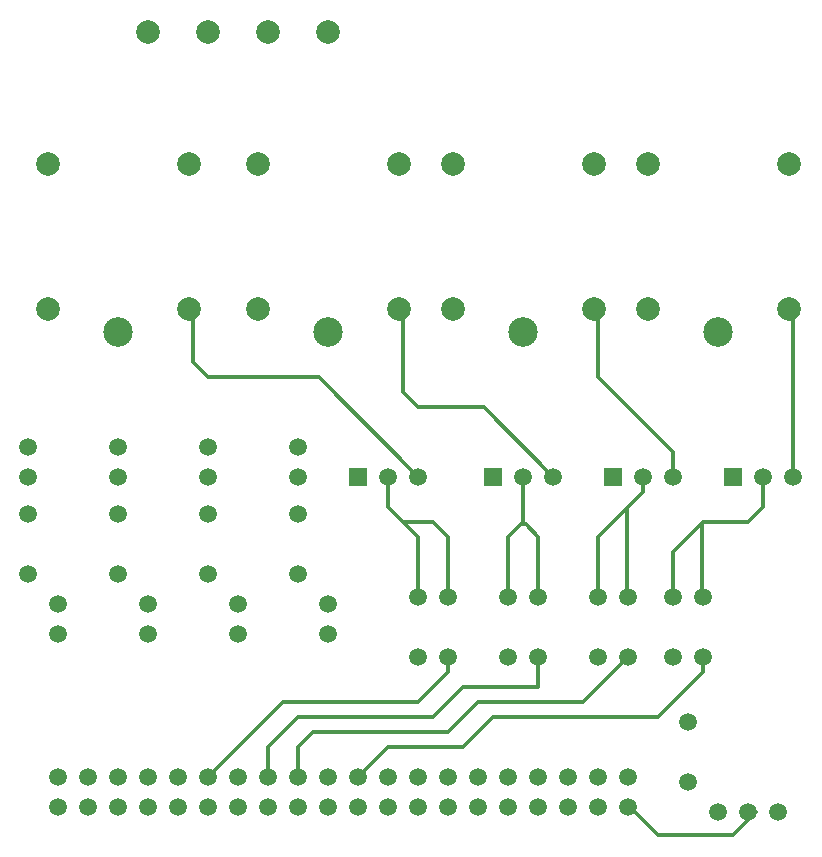
<source format=gbl>
G04 DipTrace 3.1.0.1*
G04 Controller.GBL*
%MOMM*%
G04 #@! TF.FileFunction,Copper,L2,Bot*
G04 #@! TF.Part,Single*
G04 #@! TA.AperFunction,ComponentPad*
%ADD13C,2.0*%
G04 #@! TA.AperFunction,Conductor*
%ADD14C,0.33*%
G04 #@! TA.AperFunction,ComponentPad*
%ADD16C,2.5*%
%ADD17C,1.5*%
%ADD18R,1.5X1.5*%
%FSLAX35Y35*%
G04*
G71*
G90*
G75*
G01*
G04 Bottom*
%LPD*%
X4743667Y4283293D2*
D14*
X3902293Y5124667D1*
X2965667D1*
X2838667Y5251667D1*
Y5670667D1*
X2803667Y5705667D1*
X4489667Y4283293D2*
Y4029290D1*
X4743667Y3775290D1*
Y3267293D1*
X4997667D2*
Y3775290D1*
X4870667Y3902290D1*
X4616667D1*
X4489667Y4029290D1*
X4997667Y2759290D2*
Y2632293D1*
X4743667Y2378293D1*
X3600667D1*
X2965667Y1743293D1*
X5886667Y4283293D2*
X5299293Y4870667D1*
X4743667D1*
X4616667Y4997667D1*
Y5670667D1*
X4581667Y5705667D1*
X5759667Y2759290D2*
Y2505293D1*
X5124670D1*
X4870667Y2251290D1*
X3727667D1*
X3473667Y1997290D1*
Y1743293D1*
X5632667Y4283293D2*
Y3902293D1*
X5610003Y3879630D1*
X5505667Y3775293D1*
Y3267293D1*
X5610003Y3879630D2*
X5655327D1*
X5759667Y3775290D1*
Y3267293D1*
X6648667Y4283293D2*
Y4156293D1*
X6508483Y4016110D1*
X6267667Y3775293D1*
Y3267293D1*
X6508483Y4016110D2*
Y3280477D1*
X6521667Y3267293D1*
Y2759290D2*
X6140670Y2378293D1*
X5251670D1*
X4997667Y2124290D1*
X3854667D1*
X3727667Y1997290D1*
Y1743293D1*
X7156667Y2759290D2*
Y2632290D1*
X6775667Y2251290D1*
X5378667D1*
X5124667Y1997290D1*
X4489663D1*
X4235667Y1743293D1*
X7664667Y4283293D2*
Y4029290D1*
X7537667Y3902290D1*
X7156663D1*
X7146727Y3892353D1*
X6902667Y3648293D1*
Y3267293D1*
X7146727Y3892353D2*
Y3277233D1*
X7156667Y3267293D1*
X6902667Y4283293D2*
Y4489667D1*
X6267667Y5124667D1*
Y5670667D1*
X6232667Y5705667D1*
X7918667Y4283293D2*
Y5670667D1*
X7883667Y5705667D1*
X7537667Y1441667D2*
X7601167D1*
X7410667Y1251167D1*
X6775667D1*
X6537543Y1489290D1*
X6521667D1*
D16*
X2203667Y5505667D3*
D13*
X1603667Y5705667D3*
X2803667D3*
X1603667Y6925667D3*
X2803667D3*
X2457667Y8045667D3*
X2965667D3*
X3473667D3*
X3981667D3*
D17*
X1695667Y1743293D3*
X1949667D3*
X2203667D3*
X2457667D3*
X2711667D3*
X2965667D3*
X3219667D3*
X3473667D3*
X3727667D3*
X3981667D3*
X4235667D3*
X4489667D3*
X4743667D3*
X4997667D3*
X5251667D3*
X5505667D3*
X5759667D3*
X6013667D3*
X6267667D3*
X6521667D3*
X1695667Y1489290D3*
X1949667D3*
X2457667D3*
X2203667D3*
X2711667D3*
X2965667D3*
X3219667D3*
X3473667D3*
X3727667D3*
X3981667D3*
X4235667D3*
X4489667D3*
X4743667D3*
X4997667D3*
X5251667D3*
X5505667D3*
X5759667D3*
X6013667D3*
X6267667D3*
X6521667D3*
X1441667Y4537290D3*
Y4283293D3*
Y3965793D3*
Y3457793D3*
X1695667Y3203793D3*
Y2949790D3*
X4743667Y4283293D3*
X4489667D3*
D18*
X4235667D3*
D17*
X2203667Y4537290D3*
Y4283293D3*
Y3965793D3*
Y3457793D3*
X2457667Y3203793D3*
Y2949790D3*
X2965667Y4537290D3*
Y4283293D3*
Y3965793D3*
Y3457793D3*
X3219667Y3203793D3*
Y2949790D3*
X3727667Y4537290D3*
Y4283293D3*
Y3965793D3*
Y3457793D3*
X3981667Y3203793D3*
Y2949790D3*
X4743667Y3267293D3*
Y2759290D3*
X4997667Y3267293D3*
Y2759290D3*
X5886667Y4283293D3*
X5632667D3*
D18*
X5378667D3*
D17*
X5505667Y3267293D3*
X5759667D3*
X5505667Y2759290D3*
X5759667D3*
X6902667Y4283293D3*
X6648667D3*
D18*
X6394667D3*
D17*
X7918667D3*
X7664667D3*
D18*
X7410667D3*
D17*
X6267667Y3267293D3*
X6521667D3*
X6267667Y2759290D3*
X6521667D3*
X6902667Y3267293D3*
X7156667D3*
X6902667Y2759290D3*
X7156667D3*
X7791667Y1441667D3*
X7537667D3*
X7029667Y2203667D3*
Y1695667D3*
X7283667Y1441667D3*
D16*
X3981667Y5505667D3*
D13*
X3381667Y5705667D3*
X4581667D3*
X3381667Y6925667D3*
X4581667D3*
D16*
X5632667Y5505667D3*
D13*
X5032667Y5705667D3*
X6232667D3*
X5032667Y6925667D3*
X6232667D3*
D16*
X7283667Y5505667D3*
D13*
X6683667Y5705667D3*
X7883667D3*
X6683667Y6925667D3*
X7883667D3*
M02*

</source>
